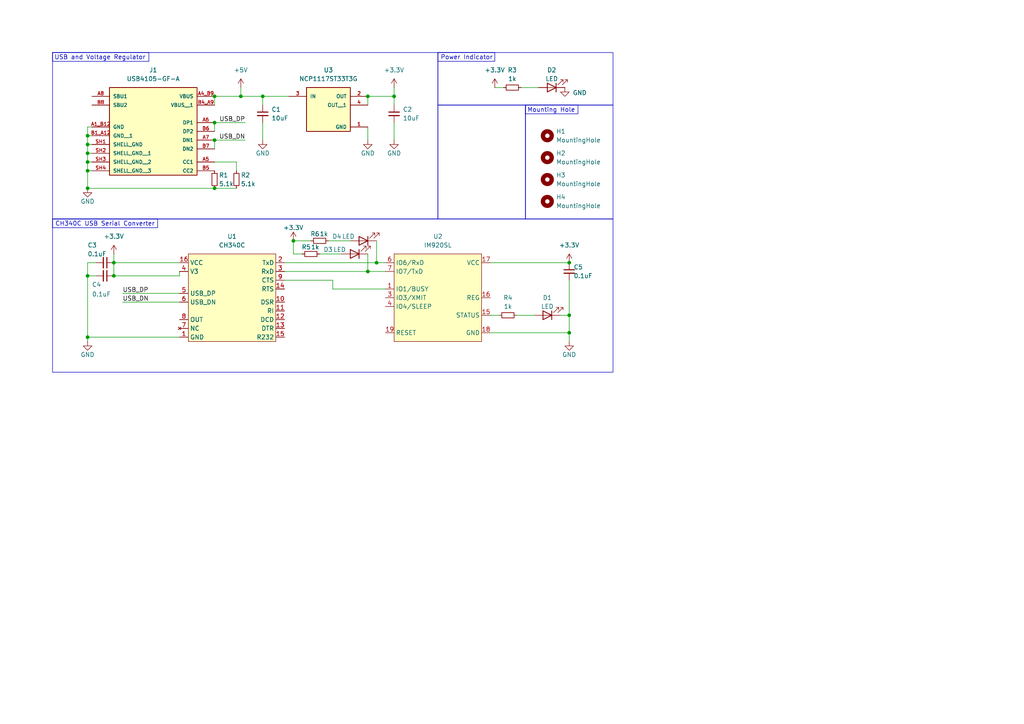
<source format=kicad_sch>
(kicad_sch (version 20250114) (generator "eeschema") (generator_version "9.0")
  (paper "A4")
  (title_block (title "IM920S USB Interface Board") (date "2025-04-13") (rev "1.0") (company "SARD Hybrid Rocket Project") (comment 1 "HYB-E2502") (comment 2 "14th Shintaro Niwa"))
  (lib_symbols
    (symbol "Device:C_Small" (pin_numbers (hide yes)) (pin_names (offset 0.254) (hide yes))
      (property "Reference" "C" (at 0.254 1.778 0))
      (property "Value" "C_Small" (at 0.254 -2.032 0))
      (symbol "C_Small_0_1"
        (polyline (pts (xy -1.524 0.508) (xy 1.524 0.508)) (stroke (width 0.3048)))
        (polyline (pts (xy -1.524 -0.508) (xy 1.524 -0.508)) (stroke (width 0.3302)))
      )
      (symbol "C_Small_1_1"
        (pin passive line (at 0 2.54 270) (length 2.032) (name "~") (number "1"))
        (pin passive line (at 0 -2.54 90) (length 2.032) (name "~") (number "2"))
      )
    )
    (symbol "Device:LED" (pin_numbers (hide yes)) (pin_names (offset 1.016) (hide yes))
      (property "Reference" "D" (at 0 2.54 0))
      (property "Value" "LED" (at 0 -2.54 0))
      (symbol "LED_0_1"
        (polyline (pts (xy -3.048 -0.762) (xy -4.572 -2.286) (xy -3.81 -2.286) (xy -4.572 -2.286) (xy -4.572 -1.524)))
        (polyline (pts (xy -1.778 -0.762) (xy -3.302 -2.286) (xy -2.54 -2.286) (xy -3.302 -2.286) (xy -3.302 -1.524)))
        (polyline (pts (xy -1.27 0) (xy 1.27 0)))
        (polyline (pts (xy -1.27 -1.27) (xy -1.27 1.27)) (stroke (width 0.254)))
        (polyline (pts (xy 1.27 -1.27) (xy 1.27 1.27) (xy -1.27 0) (xy 1.27 -1.27)) (stroke (width 0.254)))
      )
      (symbol "LED_1_1"
        (pin passive line (at -3.81 0 0) (length 2.54) (name "K") (number "1"))
        (pin passive line (at 3.81 0 180) (length 2.54) (name "A") (number "2"))
      )
    )
    (symbol "Device:R_Small" (pin_numbers (hide yes)) (pin_names (offset 0.254) (hide yes))
      (property "Reference" "R" (at 0.762 0.508 0))
      (property "Value" "R_Small" (at 0.762 -1.016 0))
      (symbol "R_Small_0_1"
        (rectangle (start -0.762 1.778) (end 0.762 -1.778) (stroke (width 0.2032)))
      )
      (symbol "R_Small_1_1"
        (pin passive line (at 0 2.54 270) (length 0.762) (name "~") (number "1"))
        (pin passive line (at 0 -2.54 90) (length 0.762) (name "~") (number "2"))
      )
    )
    (symbol "HYB-E2502:CH340C"
      (property "Reference" "U" (at -12.7 13.97 0))
      (property "Value" "CH340C" (at 0 13.97 0))
      (symbol "CH340C_0_0"
        (pin power_in line (at -15.24 10.16 0) (length 2.54) (name "VCC") (number "16"))
        (pin power_out line (at -15.24 7.62 0) (length 2.54) (name "V3") (number "4"))
        (pin input line (at -15.24 1.27 0) (length 2.54) (name "USB_DP") (number "5"))
        (pin output line (at -15.24 -1.27 0) (length 2.54) (name "USB_DN") (number "6"))
        (pin unspecified line (at -15.24 -6.35 0) (length 2.54) (name "OUT") (number "8"))
        (pin no_connect line (at -15.24 -8.89 0) (length 2.54) (name "NC") (number "7"))
        (pin power_in line (at -15.24 -11.43 0) (length 2.54) (name "GND") (number "1"))
        (pin output line (at 15.24 10.16 180) (length 2.54) (name "TxD") (number "2"))
        (pin input line (at 15.24 7.62 180) (length 2.54) (name "RxD") (number "3"))
        (pin input line (at 15.24 5.08 180) (length 2.54) (name "CTS") (number "9"))
        (pin output line (at 15.24 2.54 180) (length 2.54) (name "RTS") (number "14"))
        (pin unspecified line (at 15.24 -1.27 180) (length 2.54) (name "DSR") (number "10"))
        (pin unspecified line (at 15.24 -3.81 180) (length 2.54) (name "RI") (number "11"))
        (pin unspecified line (at 15.24 -6.35 180) (length 2.54) (name "DCD") (number "12"))
        (pin unspecified line (at 15.24 -8.89 180) (length 2.54) (name "DTR") (number "13"))
        (pin input line (at 15.24 -11.43 180) (length 2.54) (name "R232") (number "15"))
      )
      (symbol "CH340C_0_1"
        (rectangle (start -12.7 12.7) (end 12.7 -12.7) (fill (type background)))
      )
    )
    (symbol "HYB-E2502:IM920SL"
      (property "Reference" "U2" (at 0 17.78 0))
      (property "Value" "IM920SL" (at 0 15.24 0))
      (symbol "IM920SL_0_0"
        (pin input line (at -15.24 10.16 0) (length 2.54) (name "IO6/RxD") (number "6"))
        (pin output line (at -15.24 7.62 0) (length 2.54) (name "IO7/TxD") (number "7"))
        (pin output line (at -15.24 2.54 0) (length 2.54) (name "IO1/BUSY") (number "1"))
        (pin output line (at -15.24 0 0) (length 2.54) (name "IO3/XMIT") (number "3"))
        (pin output line (at -15.24 -2.54 0) (length 2.54) (name "IO4/SLEEP") (number "4"))
        (pin input line (at -15.24 -10.16 0) (length 2.54) (name "RESET") (number "19"))
        (pin no_connect line (at 12.7 3.81 180) (length 2.54) (hide yes) (name "RSV") (number "11"))
        (pin no_connect line (at 12.7 3.81 180) (length 2.54) (hide yes) (name "RSV") (number "12"))
        (pin no_connect line (at 12.7 3.81 180) (length 2.54) (hide yes) (name "RSV") (number "13"))
        (pin no_connect line (at 12.7 3.81 180) (length 2.54) (hide yes) (name "RSV") (number "14"))
        (pin power_in line (at 15.24 10.16 180) (length 2.54) (name "VCC") (number "17"))
        (pin input line (at 15.24 0 180) (length 2.54) (name "REG") (number "16"))
        (pin output line (at 15.24 -5.08 180) (length 2.54) (name "STATUS") (number "15"))
        (pin no_connect line (at 15.24 -7.62 180) (length 2.54) (hide yes) (name "IO10") (number "10"))
        (pin no_connect line (at 15.24 -7.62 180) (length 2.54) (hide yes) (name "IO2") (number "2"))
        (pin no_connect line (at 15.24 -7.62 180) (length 2.54) (hide yes) (name "RSV") (number "20"))
        (pin no_connect line (at 15.24 -7.62 180) (length 2.54) (hide yes) (name "IO5") (number "5"))
        (pin no_connect line (at 15.24 -7.62 180) (length 2.54) (hide yes) (name "IO8") (number "8"))
        (pin no_connect line (at 15.24 -7.62 180) (length 2.54) (hide yes) (name "IO9") (number "9"))
        (pin power_in line (at 15.24 -10.16 180) (length 2.54) (name "GND") (number "18"))
      )
      (symbol "IM920SL_0_1"
        (rectangle (start -12.7 12.7) (end 12.7 -12.7) (fill (type background)))
      )
    )
    (symbol "HYB-E2502:NCP1117ST33T3G" (pin_names (offset 1.016))
      (property "Reference" "U" (at -6.35 10.16 0))
      (property "Value" "NCP1117ST33T3G" (at 0.254 7.62 0))
      (symbol "NCP1117ST33T3G_0_0"
        (rectangle (start -6.35 6.35) (end 6.35 -6.35) (stroke (width 0.254)) (fill (type background)))
        (pin input line (at -11.43 3.81 0) (length 5.08) (name "IN") (number "3"))
        (pin output line (at 11.43 3.81 180) (length 5.08) (name "OUT") (number "2"))
        (pin output line (at 11.43 1.27 180) (length 5.08) (name "OUT__1") (number "4"))
        (pin power_in line (at 11.43 -5.08 180) (length 5.08) (name "GND") (number "1"))
      )
    )
    (symbol "HYB-E2502:USB4105-GF-A" (pin_names (offset 1.016))
      (property "Reference" "J" (at -12.7 13.97 0))
      (property "Value" "USB4105-GF-A" (at -15.24 -27.94 0))
      (symbol "USB4105-GF-A_0_0"
        (rectangle (start -12.7 12.7) (end 12.7 -12.7) (stroke (width 0.254)) (fill (type background)))
        (pin bidirectional line (at -17.78 10.16 0) (length 5.08) (name "SBU1") (number "A8"))
        (pin bidirectional line (at -17.78 7.62 0) (length 5.08) (name "SBU2") (number "B8"))
        (pin power_in line (at -17.78 1.27 0) (length 5.08) (name "GND") (number "A1_B12"))
        (pin power_in line (at -17.78 -1.27 0) (length 5.08) (name "GND__1") (number "B1_A12"))
        (pin power_in line (at -17.78 -3.81 0) (length 5.08) (name "SHELL_GND") (number "SH1"))
        (pin power_in line (at -17.78 -6.35 0) (length 5.08) (name "SHELL_GND__1") (number "SH2"))
        (pin power_in line (at -17.78 -8.89 0) (length 5.08) (name "SHELL_GND__2") (number "SH3"))
        (pin power_in line (at -17.78 -11.43 0) (length 5.08) (name "SHELL_GND__3") (number "SH4"))
        (pin power_in line (at 17.78 10.16 180) (length 5.08) (name "VBUS") (number "A4_B9"))
        (pin power_in line (at 17.78 7.62 180) (length 5.08) (name "VBUS__1") (number "B4_A9"))
        (pin bidirectional line (at 17.78 2.54 180) (length 5.08) (name "DP1") (number "A6"))
        (pin bidirectional line (at 17.78 0 180) (length 5.08) (name "DP2") (number "B6"))
        (pin bidirectional line (at 17.78 -2.54 180) (length 5.08) (name "DN1") (number "A7"))
        (pin bidirectional line (at 17.78 -5.08 180) (length 5.08) (name "DN2") (number "B7"))
        (pin bidirectional line (at 17.78 -8.89 180) (length 5.08) (name "CC1") (number "A5"))
        (pin bidirectional line (at 17.78 -11.43 180) (length 5.08) (name "CC2") (number "B5"))
      )
    )
    (symbol "Mechanical:MountingHole" (pin_names (offset 1.016)) (exclude_from_sim yes) (in_bom no)
      (property "Reference" "H" (at 0 5.08 0))
      (property "Value" "MountingHole" (at 0 3.175 0))
      (symbol "MountingHole_0_1"
        (circle (center 0 0) (radius 1.27) (stroke (width 1.27)))
      )
    )
    (symbol "power:+3.3V" (power) (pin_numbers (hide yes)) (pin_names (offset 0) (hide yes))
      (property "Value" "+3.3V" (at 0 3.556 0))
      (symbol "+3.3V_0_1"
        (polyline (pts (xy -0.762 1.27) (xy 0 2.54)))
        (polyline (pts (xy 0 2.54) (xy 0.762 1.27)))
        (polyline (pts (xy 0 0) (xy 0 2.54)))
      )
      (symbol "+3.3V_1_1"
        (pin power_in line (at 0 0 90) (length 0) (name "~") (number "1"))
      )
    )
    (symbol "power:+5V" (power) (pin_numbers (hide yes)) (pin_names (offset 0) (hide yes))
      (property "Value" "+5V" (at 0 3.556 0))
      (symbol "+5V_0_1"
        (polyline (pts (xy -0.762 1.27) (xy 0 2.54)))
        (polyline (pts (xy 0 2.54) (xy 0.762 1.27)))
        (polyline (pts (xy 0 0) (xy 0 2.54)))
      )
      (symbol "+5V_1_1"
        (pin power_in line (at 0 0 90) (length 0) (name "~") (number "1"))
      )
    )
    (symbol "power:GND" (power) (pin_numbers (hide yes)) (pin_names (offset 0) (hide yes))
      (property "Value" "GND" (at 0 -3.81 0))
      (symbol "GND_0_1"
        (polyline (pts (xy 0 0) (xy 0 -1.27) (xy 1.27 -1.27) (xy 0 -2.54) (xy -1.27 -1.27) (xy 0 -1.27)))
      )
      (symbol "GND_1_1"
        (pin power_in line (at 0 0 270) (length 0) (name "~") (number "1"))
      )
    )
  )
  (rectangle (start 127 15.24) (end 177.8 30.48))
  (rectangle (start 15.24 63.5) (end 177.8 107.95))
  (rectangle (start 152.4 30.48) (end 177.8 63.5))
  (rectangle (start 15.24 15.24) (end 127 63.5))
  (rectangle (start 15.24 15.24) (end 43.18 17.78))
  (rectangle (start 127 30.48) (end 152.4 63.5))
  (rectangle (start 127 15.24) (end 143.51 17.78))
  (rectangle (start 15.24 63.5) (end 45.72 66.04))
  (rectangle (start 152.4 30.48) (end 167.64 33.02))
  (text "CH340C USB Serial Converter" (at 16.002 65.024 0) (effects (font (size 1.27 1.27)) (justify left)))
  (text "Power Indicator" (at 127.762 16.764 0) (effects (font (size 1.27 1.27)) (justify left)))
  (text "Mounting Hole" (at 152.908 32.004 0) (effects (font (size 1.27 1.27)) (justify left)))
  (text "USB and Voltage Regulator" (at 15.748 16.764 0) (effects (font (size 1.27 1.27)) (justify left)))
  (junction (at 33.02 76.2))
  (junction (at 25.4 44.45))
  (junction (at 33.02 80.01))
  (junction (at 165.1 91.44))
  (junction (at 25.4 46.99))
  (junction (at 25.4 41.91))
  (junction (at 85.09 69.85))
  (junction (at 106.68 78.74))
  (junction (at 25.4 54.61))
  (junction (at 62.23 40.64))
  (junction (at 165.1 96.52))
  (junction (at 62.23 54.61))
  (junction (at 25.4 49.53))
  (junction (at 165.1 76.2))
  (junction (at 109.22 76.2))
  (junction (at 76.2 27.94))
  (junction (at 62.23 27.94))
  (junction (at 69.85 27.94))
  (junction (at 25.4 39.37))
  (junction (at 25.4 80.01))
  (junction (at 114.3 27.94))
  (junction (at 106.68 27.94))
  (junction (at 25.4 97.79))
  (junction (at 62.23 35.56))
  (wire (pts (xy 76.2 27.94) (xy 69.85 27.94)))
  (wire (pts (xy 25.4 41.91) (xy 26.67 41.91)))
  (wire (pts (xy 151.13 25.4) (xy 156.21 25.4)))
  (wire (pts (xy 25.4 36.83) (xy 25.4 39.37)))
  (wire (pts (xy 25.4 97.79) (xy 25.4 99.06)))
  (wire (pts (xy 149.86 91.44) (xy 154.94 91.44)))
  (wire (pts (xy 85.09 69.85) (xy 85.09 73.66)))
  (wire (pts (xy 96.52 81.28) (xy 96.52 83.82)))
  (wire (pts (xy 25.4 39.37) (xy 26.67 39.37)))
  (wire (pts (xy 87.63 73.66) (xy 85.09 73.66)))
  (wire (pts (xy 25.4 54.61) (xy 62.23 54.61)))
  (wire (pts (xy 25.4 80.01) (xy 25.4 97.79)))
  (wire (pts (xy 25.4 44.45) (xy 26.67 44.45)))
  (wire (pts (xy 165.1 96.52) (xy 165.1 91.44)))
  (wire (pts (xy 62.23 54.61) (xy 68.58 54.61)))
  (wire (pts (xy 92.71 73.66) (xy 99.06 73.66)))
  (wire (pts (xy 62.23 40.64) (xy 71.12 40.64)))
  (wire (pts (xy 165.1 99.06) (xy 165.1 96.52)))
  (wire (pts (xy 33.02 80.01) (xy 52.07 80.01)))
  (wire (pts (xy 25.4 41.91) (xy 25.4 44.45)))
  (wire (pts (xy 109.22 76.2) (xy 111.76 76.2)))
  (wire (pts (xy 25.4 49.53) (xy 26.67 49.53)))
  (wire (pts (xy 69.85 27.94) (xy 69.85 25.4)))
  (wire (pts (xy 162.56 91.44) (xy 165.1 91.44)))
  (wire (pts (xy 25.4 46.99) (xy 26.67 46.99)))
  (wire (pts (xy 85.09 69.85) (xy 90.17 69.85)))
  (wire (pts (xy 25.4 44.45) (xy 25.4 46.99)))
  (wire (pts (xy 142.24 96.52) (xy 165.1 96.52)))
  (wire (pts (xy 95.25 69.85) (xy 101.6 69.85)))
  (wire (pts (xy 62.23 35.56) (xy 71.12 35.56)))
  (wire (pts (xy 33.02 76.2) (xy 33.02 80.01)))
  (wire (pts (xy 25.4 76.2) (xy 25.4 80.01)))
  (wire (pts (xy 142.24 76.2) (xy 165.1 76.2)))
  (wire (pts (xy 33.02 73.66) (xy 33.02 76.2)))
  (wire (pts (xy 35.56 85.09) (xy 52.07 85.09)))
  (wire (pts (xy 114.3 35.56) (xy 114.3 40.64)))
  (wire (pts (xy 96.52 81.28) (xy 82.55 81.28)))
  (wire (pts (xy 76.2 30.48) (xy 76.2 27.94)))
  (wire (pts (xy 114.3 30.48) (xy 114.3 27.94)))
  (wire (pts (xy 52.07 80.01) (xy 52.07 78.74)))
  (wire (pts (xy 25.4 39.37) (xy 25.4 41.91)))
  (wire (pts (xy 83.82 27.94) (xy 76.2 27.94)))
  (wire (pts (xy 82.55 78.74) (xy 106.68 78.74)))
  (wire (pts (xy 25.4 76.2) (xy 27.94 76.2)))
  (wire (pts (xy 82.55 76.2) (xy 109.22 76.2)))
  (wire (pts (xy 33.02 76.2) (xy 52.07 76.2)))
  (wire (pts (xy 25.4 49.53) (xy 25.4 54.61)))
  (wire (pts (xy 25.4 46.99) (xy 25.4 49.53)))
  (wire (pts (xy 144.78 91.44) (xy 142.24 91.44)))
  (wire (pts (xy 96.52 83.82) (xy 111.76 83.82)))
  (wire (pts (xy 165.1 91.44) (xy 165.1 81.28)))
  (wire (pts (xy 35.56 87.63) (xy 52.07 87.63)))
  (wire (pts (xy 114.3 27.94) (xy 106.68 27.94)))
  (wire (pts (xy 62.23 27.94) (xy 62.23 30.48)))
  (wire (pts (xy 106.68 36.83) (xy 106.68 40.64)))
  (wire (pts (xy 106.68 27.94) (xy 106.68 30.48)))
  (wire (pts (xy 62.23 46.99) (xy 68.58 46.99)))
  (wire (pts (xy 62.23 27.94) (xy 69.85 27.94)))
  (wire (pts (xy 27.94 80.01) (xy 25.4 80.01)))
  (wire (pts (xy 68.58 46.99) (xy 68.58 49.53)))
  (wire (pts (xy 62.23 38.1) (xy 62.23 35.56)))
  (wire (pts (xy 114.3 25.4) (xy 114.3 27.94)))
  (wire (pts (xy 76.2 40.64) (xy 76.2 35.56)))
  (wire (pts (xy 25.4 97.79) (xy 52.07 97.79)))
  (wire (pts (xy 26.67 36.83) (xy 25.4 36.83)))
  (wire (pts (xy 106.68 73.66) (xy 106.68 78.74)))
  (wire (pts (xy 106.68 78.74) (xy 111.76 78.74)))
  (wire (pts (xy 62.23 43.18) (xy 62.23 40.64)))
  (wire (pts (xy 143.51 25.4) (xy 146.05 25.4)))
  (wire (pts (xy 109.22 69.85) (xy 109.22 76.2)))
  (label "USB_DN" (at 71.12 40.64 180))
  (label "USB_DP" (at 35.56 85.09 0))
  (label "USB_DN" (at 35.56 87.63 0))
  (label "USB_DP" (at 71.12 35.56 180))
  (symbol (lib_id "power:GND") (at 106.68 40.64 0) (unit 1)
    (property "Reference" "#PWR05" (effects (hide yes)))
    (property "Value" "GND" (at 106.68 44.45 0))
    (property "Description" "Power symbol creates a global label with name \"GND\" , ground" (effects (hide yes)))
  )
  (symbol (lib_id "power:GND") (at 163.83 25.4 0) (unit 1)
    (property "Reference" "#PWR012" (effects (hide yes)))
    (property "Value" "GND" (at 168.148 26.924 0))
    (property "Description" "Power symbol creates a global label with name \"GND\" , ground" (effects (hide yes)))
  )
  (symbol (lib_id "Device:LED") (at 105.41 69.85 180) (unit 1)
    (property "Reference" "D4" (at 99.06 68.58 0) (effects (justify left)))
    (property "Value" "LED" (at 102.87 68.58 0) (effects (justify left)))
    (property "Footprint" "LED_SMD:LED_0603_1608Metric_Pad1.05x0.95mm_HandSolder" (effects (hide yes)))
    (property "Description" "Light emitting diode" (effects (hide yes)))
    (property "Sim.Pins" "1=K 2=A" (effects (hide yes)))
  )
  (symbol (lib_id "Device:R_Small") (at 90.17 73.66 90) (unit 1)
    (property "Reference" "R5" (at 90.17 72.39 90) (effects (justify left top)))
    (property "Value" "1k" (at 90.17 72.39 90) (effects (justify right top)))
    (property "Footprint" "Resistor_SMD:R_0402_1005Metric" (effects (hide yes)))
    (property "Description" "Resistor, small symbol" (effects (hide yes)))
  )
  (symbol (lib_id "Mechanical:MountingHole") (at 158.75 58.42 0) (unit 1) (exclude_from_sim yes) (in_bom no)
    (property "Reference" "H4" (at 161.29 57.1499 0) (effects (justify left)))
    (property "Value" "MountingHole" (at 161.29 59.6899 0) (effects (justify left)))
    (property "Footprint" "MountingHole:MountingHole_2.2mm_M2" (effects (hide yes)))
    (property "Description" "Mounting Hole without connection" (effects (hide yes)))
  )
  (symbol (lib_id "Mechanical:MountingHole") (at 158.75 39.37 0) (unit 1) (exclude_from_sim yes) (in_bom no)
    (property "Reference" "H1" (at 161.29 38.0999 0) (effects (justify left)))
    (property "Value" "MountingHole" (at 161.29 40.6399 0) (effects (justify left)))
    (property "Footprint" "MountingHole:MountingHole_2.2mm_M2" (effects (hide yes)))
    (property "Description" "Mounting Hole without connection" (effects (hide yes)))
  )
  (symbol (lib_id "power:+3.3V") (at 114.3 25.4 0) (unit 1)
    (property "Reference" "#PWR07" (effects (hide yes)))
    (property "Value" "+3.3V" (at 114.3 20.32 0))
    (property "Description" "Power symbol creates a global label with name \"+3.3V\"" (effects (hide yes)))
  )
  (symbol (lib_id "Mechanical:MountingHole") (at 158.75 52.07 0) (unit 1) (exclude_from_sim yes) (in_bom no)
    (property "Reference" "H3" (at 161.29 50.7999 0) (effects (justify left)))
    (property "Value" "MountingHole" (at 161.29 53.3399 0) (effects (justify left)))
    (property "Footprint" "MountingHole:MountingHole_2.2mm_M2" (effects (hide yes)))
    (property "Description" "Mounting Hole without connection" (effects (hide yes)))
  )
  (symbol (lib_id "Device:R_Small") (at 147.32 91.44 90) (unit 1)
    (property "Reference" "R4" (at 147.32 86.36 90))
    (property "Value" "1k" (at 147.32 88.9 90))
    (property "Footprint" "Resistor_SMD:R_0402_1005Metric" (effects (hide yes)))
    (property "Description" "Resistor, small symbol" (effects (hide yes)))
  )
  (symbol (lib_id "power:+3.3V") (at 85.09 69.85 0) (unit 1)
    (property "Reference" "#PWR015" (effects (hide yes)))
    (property "Value" "+3.3V" (at 85.09 66.04 0))
    (property "Description" "Power symbol creates a global label with name \"+3.3V\"" (effects (hide yes)))
  )
  (symbol (lib_id "Device:LED") (at 158.75 91.44 180) (unit 1)
    (property "Reference" "D1" (at 158.75 86.36 0))
    (property "Value" "LED" (at 158.75 88.9 0))
    (property "Footprint" "LED_SMD:LED_0603_1608Metric_Pad1.05x0.95mm_HandSolder" (effects (hide yes)))
    (property "Description" "Light emitting diode" (effects (hide yes)))
    (property "Sim.Pins" "1=K 2=A" (effects (hide yes)))
  )
  (symbol (lib_id "HYB-E2502:USB4105-GF-A") (at 44.45 38.1 0) (unit 1)
    (property "Reference" "J1" (at 44.45 20.32 0))
    (property "Value" "USB4105-GF-A" (at 44.45 22.86 0))
    (property "Footprint" "HYB-E2502:GCT_USB4105-GF-A" (effects (hide yes)))
    (property "PARTREV" "B4" (effects (hide yes)))
    (property "STANDARD" "Manufacturer Recommendations" (effects (hide yes)))
    (property "MAXIMUM_PACKAGE_HEIGHT" "3.31 mm" (effects (hide yes)))
    (property "MANUFACTURER" "GCT" (effects (hide yes)))
  )
  (symbol (lib_id "Device:R_Small") (at 148.59 25.4 90) (unit 1)
    (property "Reference" "R3" (at 148.59 20.32 90))
    (property "Value" "1k" (at 148.59 22.86 90))
    (property "Footprint" "Resistor_SMD:R_0402_1005Metric" (effects (hide yes)))
    (property "Description" "Resistor, small symbol" (effects (hide yes)))
  )
  (symbol (lib_id "Device:R_Small") (at 92.71 69.85 90) (unit 1)
    (property "Reference" "R6" (at 92.71 68.58 90) (effects (justify left top)))
    (property "Value" "1k" (at 92.71 68.58 90) (effects (justify right top)))
    (property "Footprint" "Resistor_SMD:R_0402_1005Metric" (effects (hide yes)))
    (property "Description" "Resistor, small symbol" (effects (hide yes)))
  )
  (symbol (lib_id "power:GND") (at 114.3 40.64 0) (unit 1)
    (property "Reference" "#PWR06" (effects (hide yes)))
    (property "Value" "GND" (at 114.3 44.45 0))
    (property "Description" "Power symbol creates a global label with name \"GND\" , ground" (effects (hide yes)))
  )
  (symbol (lib_id "HYB-E2502:NCP1117ST33T3G") (at 95.25 31.75 0) (unit 1)
    (property "Reference" "U3" (at 95.25 20.32 0))
    (property "Value" "NCP1117ST33T3G" (at 95.25 22.86 0))
    (property "Footprint" "Package_TO_SOT_SMD:SOT-223" (effects (hide yes)))
    (property "MANUFACTURER" "ON Semiconductor" (effects (hide yes)))
  )
  (symbol (lib_id "HYB-E2502:CH340C") (at 67.31 86.36 0) (unit 1)
    (property "Reference" "U1" (at 67.31 68.58 0))
    (property "Value" "CH340C" (at 67.31 71.12 0))
    (property "Footprint" "Package_SO:SOP-16_3.9x9.9mm_P1.27mm" (effects (hide yes)))
    (property "Datasheet" "https://akizukidenshi.com/goodsaffix/ch340.pdf" (effects (hide yes)))
  )
  (symbol (lib_id "power:GND") (at 25.4 54.61 0) (unit 1)
    (property "Reference" "#PWR01" (effects (hide yes)))
    (property "Value" "GND" (at 25.4 58.42 0))
    (property "Description" "Power symbol creates a global label with name \"GND\" , ground" (effects (hide yes)))
  )
  (symbol (lib_id "Device:R_Small") (at 68.58 52.07 180) (unit 1)
    (property "Reference" "R2" (at 69.85 50.8 0) (effects (justify right)))
    (property "Value" "5.1k" (at 69.85 53.34 0) (effects (justify right)))
    (property "Footprint" "Resistor_SMD:R_0402_1005Metric_Pad0.72x0.64mm_HandSolder" (effects (hide yes)))
    (property "Description" "Resistor, small symbol" (effects (hide yes)))
  )
  (symbol (lib_id "power:GND") (at 76.2 40.64 0) (unit 1)
    (property "Reference" "#PWR04" (effects (hide yes)))
    (property "Value" "GND" (at 76.2 44.45 0))
    (property "Description" "Power symbol creates a global label with name \"GND\" , ground" (effects (hide yes)))
  )
  (symbol (lib_id "power:+3.3V") (at 165.1 76.2 0) (unit 1)
    (property "Reference" "#PWR09" (effects (hide yes)))
    (property "Value" "+3.3V" (at 165.1 71.12 0))
    (property "Description" "Power symbol creates a global label with name \"+3.3V\"" (effects (hide yes)))
  )
  (symbol (lib_id "power:+5V") (at 69.85 25.4 0) (unit 1)
    (property "Reference" "#PWR02" (effects (hide yes)))
    (property "Value" "+5V" (at 69.85 20.32 0))
    (property "Description" "Power symbol creates a global label with name \"+5V\"" (effects (hide yes)))
  )
  (symbol (lib_id "power:GND") (at 25.4 99.06 0) (unit 1)
    (property "Reference" "#PWR08" (effects (hide yes)))
    (property "Value" "GND" (at 25.4 102.87 0))
    (property "Description" "Power symbol creates a global label with name \"GND\" , ground" (effects (hide yes)))
  )
  (symbol (lib_id "Device:R_Small") (at 62.23 52.07 180) (unit 1)
    (property "Reference" "R1" (at 63.5 50.8 0) (effects (justify right)))
    (property "Value" "5.1k" (at 63.5 53.34 0) (effects (justify right)))
    (property "Footprint" "Resistor_SMD:R_0402_1005Metric_Pad0.72x0.64mm_HandSolder" (effects (hide yes)))
    (property "Description" "Resistor, small symbol" (effects (hide yes)))
  )
  (symbol (lib_id "Device:C_Small") (at 165.1 78.74 0) (unit 1)
    (property "Reference" "C5" (at 166.37 77.47 0) (effects (justify left)))
    (property "Value" "0.1uF" (at 166.37 80.01 0) (effects (justify left)))
    (property "Footprint" "Capacitor_SMD:C_0402_1005Metric" (effects (hide yes)))
    (property "Description" "Unpolarized capacitor, small symbol" (effects (hide yes)))
  )
  (symbol (lib_id "Device:C_Small") (at 30.48 76.2 270) (mirror x) (unit 1)
    (property "Reference" "C3" (at 25.4 71.12 90) (effects (justify left)))
    (property "Value" "0.1uF" (at 25.4 73.66 90) (effects (justify left)))
    (property "Footprint" "Capacitor_SMD:C_0402_1005Metric" (effects (hide yes)))
    (property "Description" "Unpolarized capacitor, small symbol" (effects (hide yes)))
  )
  (symbol (lib_id "Device:C_Small") (at 76.2 33.02 0) (unit 1)
    (property "Reference" "C1" (at 78.74 31.75 0) (effects (justify left)))
    (property "Value" "10uF" (at 78.74 34.29 0) (effects (justify left)))
    (property "Footprint" "Capacitor_SMD:C_0603_1608Metric_Pad1.08x0.95mm_HandSolder" (effects (hide yes)))
    (property "Description" "Unpolarized capacitor, small symbol" (effects (hide yes)))
  )
  (symbol (lib_id "Device:C_Small") (at 30.48 80.01 270) (unit 1)
    (property "Reference" "C4" (at 26.67 82.55 90) (effects (justify left)))
    (property "Value" "0.1uF" (at 26.67 85.344 90) (effects (justify left)))
    (property "Footprint" "Capacitor_SMD:C_0402_1005Metric" (effects (hide yes)))
    (property "Description" "Unpolarized capacitor, small symbol" (effects (hide yes)))
  )
  (symbol (lib_id "power:+3.3V") (at 143.51 25.4 0) (unit 1)
    (property "Reference" "#PWR011" (effects (hide yes)))
    (property "Value" "+3.3V" (at 143.51 20.32 0))
    (property "Description" "Power symbol creates a global label with name \"+3.3V\"" (effects (hide yes)))
  )
  (symbol (lib_id "power:+3.3V") (at 33.02 73.66 0) (unit 1)
    (property "Reference" "#PWR014" (effects (hide yes)))
    (property "Value" "+3.3V" (at 33.02 68.58 0))
    (property "Description" "Power symbol creates a global label with name \"+3.3V\"" (effects (hide yes)))
  )
  (symbol (lib_id "Mechanical:MountingHole") (at 158.75 45.72 0) (unit 1) (exclude_from_sim yes) (in_bom no)
    (property "Reference" "H2" (at 161.29 44.4499 0) (effects (justify left)))
    (property "Value" "MountingHole" (at 161.29 46.9899 0) (effects (justify left)))
    (property "Footprint" "MountingHole:MountingHole_2.2mm_M2" (effects (hide yes)))
    (property "Description" "Mounting Hole without connection" (effects (hide yes)))
  )
  (symbol (lib_id "Device:C_Small") (at 114.3 33.02 0) (unit 1)
    (property "Reference" "C2" (at 116.84 31.75 0) (effects (justify left)))
    (property "Value" "10uF" (at 116.84 34.29 0) (effects (justify left)))
    (property "Footprint" "Capacitor_SMD:C_0603_1608Metric_Pad1.08x0.95mm_HandSolder" (effects (hide yes)))
    (property "Description" "Unpolarized capacitor, small symbol" (effects (hide yes)))
  )
  (symbol (lib_id "power:GND") (at 165.1 99.06 0) (unit 1)
    (property "Reference" "#PWR010" (effects (hide yes)))
    (property "Value" "GND" (at 165.1 102.87 0))
    (property "Description" "Power symbol creates a global label with name \"GND\" , ground" (effects (hide yes)))
  )
  (symbol (lib_id "Device:LED") (at 102.87 73.66 180) (unit 1)
    (property "Reference" "D3" (at 96.52 72.39 0) (effects (justify left)))
    (property "Value" "LED" (at 100.33 72.39 0) (effects (justify left)))
    (property "Footprint" "LED_SMD:LED_0603_1608Metric_Pad1.05x0.95mm_HandSolder" (effects (hide yes)))
    (property "Description" "Light emitting diode" (effects (hide yes)))
    (property "Sim.Pins" "1=K 2=A" (effects (hide yes)))
  )
  (symbol (lib_id "HYB-E2502:IM920SL") (at 127 86.36 0) (unit 1)
    (property "Reference" "U2" (at 127 68.58 0))
    (property "Value" "IM920SL" (at 127 71.12 0))
    (property "Footprint" "HYB-E2502:IM920SL" (effects (hide yes)))
  )
  (symbol (lib_id "Device:LED") (at 160.02 25.4 180) (unit 1)
    (property "Reference" "D2" (at 160.02 20.32 0))
    (property "Value" "LED" (at 160.02 22.86 0))
    (property "Footprint" "LED_SMD:LED_0603_1608Metric_Pad1.05x0.95mm_HandSolder" (effects (hide yes)))
    (property "Description" "Light emitting diode" (effects (hide yes)))
    (property "Sim.Pins" "1=K 2=A" (effects (hide yes)))
  )
)
</source>
